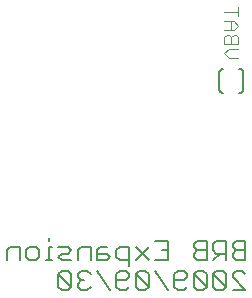
<source format=gbo>
G75*
G70*
%OFA0B0*%
%FSLAX24Y24*%
%IPPOS*%
%LPD*%
%AMOC8*
5,1,8,0,0,1.08239X$1,22.5*
%
%ADD10C,0.0040*%
%ADD11C,0.0060*%
%ADD12C,0.0080*%
D10*
X009518Y011223D02*
X009365Y011376D01*
X009518Y011530D01*
X009825Y011530D01*
X009825Y011683D02*
X009825Y011914D01*
X009748Y011990D01*
X009672Y011990D01*
X009595Y011914D01*
X009595Y011683D01*
X009595Y011914D02*
X009518Y011990D01*
X009441Y011990D01*
X009365Y011914D01*
X009365Y011683D01*
X009825Y011683D01*
X009825Y011223D02*
X009518Y011223D01*
X009595Y012144D02*
X009595Y012451D01*
X009672Y012451D02*
X009365Y012451D01*
X009365Y012144D02*
X009672Y012144D01*
X009825Y012297D01*
X009672Y012451D01*
X009825Y012604D02*
X009825Y012911D01*
X009825Y012758D02*
X009365Y012758D01*
D11*
X002118Y004803D02*
X002118Y004483D01*
X002118Y004803D02*
X002225Y004910D01*
X002545Y004910D01*
X002545Y004483D01*
X002763Y004590D02*
X002763Y004803D01*
X002869Y004910D01*
X003083Y004910D01*
X003190Y004803D01*
X003190Y004590D01*
X003083Y004483D01*
X002869Y004483D01*
X002763Y004590D01*
X003406Y004483D02*
X003619Y004483D01*
X003513Y004483D02*
X003513Y004910D01*
X003619Y004910D01*
X003513Y005124D02*
X003513Y005230D01*
X003837Y004910D02*
X004157Y004910D01*
X004264Y004803D01*
X004157Y004697D01*
X003944Y004697D01*
X003837Y004590D01*
X003944Y004483D01*
X004264Y004483D01*
X004481Y004483D02*
X004481Y004803D01*
X004588Y004910D01*
X004908Y004910D01*
X004908Y004483D01*
X005126Y004483D02*
X005126Y004803D01*
X005233Y004910D01*
X005446Y004910D01*
X005446Y004697D02*
X005126Y004697D01*
X005126Y004483D02*
X005446Y004483D01*
X005553Y004590D01*
X005446Y004697D01*
X005770Y004803D02*
X005770Y004590D01*
X005877Y004483D01*
X006197Y004483D01*
X006197Y004270D02*
X006197Y004910D01*
X005877Y004910D01*
X005770Y004803D01*
X005877Y004124D02*
X005770Y004017D01*
X005770Y003590D01*
X005877Y003483D01*
X006091Y003483D01*
X006197Y003590D01*
X006415Y003590D02*
X006522Y003483D01*
X006735Y003483D01*
X006842Y003590D01*
X006415Y004017D01*
X006415Y003590D01*
X006197Y003910D02*
X006091Y003803D01*
X005770Y003803D01*
X005877Y004124D02*
X006091Y004124D01*
X006197Y004017D01*
X006197Y003910D01*
X006415Y004017D02*
X006522Y004124D01*
X006735Y004124D01*
X006842Y004017D01*
X006842Y003590D01*
X007060Y004124D02*
X007487Y003483D01*
X007704Y003590D02*
X007704Y004017D01*
X007811Y004124D01*
X008024Y004124D01*
X008131Y004017D01*
X008131Y003910D01*
X008024Y003803D01*
X007704Y003803D01*
X007704Y003590D02*
X007811Y003483D01*
X008024Y003483D01*
X008131Y003590D01*
X008349Y003590D02*
X008455Y003483D01*
X008669Y003483D01*
X008776Y003590D01*
X008349Y004017D01*
X008349Y003590D01*
X008349Y004017D02*
X008455Y004124D01*
X008669Y004124D01*
X008776Y004017D01*
X008776Y003590D01*
X008993Y003590D02*
X009100Y003483D01*
X009313Y003483D01*
X009420Y003590D01*
X008993Y004017D01*
X008993Y003590D01*
X008993Y004017D02*
X009100Y004124D01*
X009313Y004124D01*
X009420Y004017D01*
X009420Y003590D01*
X009638Y003483D02*
X010065Y003483D01*
X009638Y003910D01*
X009638Y004017D01*
X009744Y004124D01*
X009958Y004124D01*
X010065Y004017D01*
X010065Y004483D02*
X009744Y004483D01*
X009638Y004590D01*
X009638Y004697D01*
X009744Y004803D01*
X010065Y004803D01*
X010065Y004483D02*
X010065Y005124D01*
X009744Y005124D01*
X009638Y005017D01*
X009638Y004910D01*
X009744Y004803D01*
X009420Y004697D02*
X009100Y004697D01*
X008993Y004803D01*
X008993Y005017D01*
X009100Y005124D01*
X009420Y005124D01*
X009420Y004483D01*
X009207Y004697D02*
X008993Y004483D01*
X008776Y004483D02*
X008455Y004483D01*
X008349Y004590D01*
X008349Y004697D01*
X008455Y004803D01*
X008776Y004803D01*
X008776Y004483D02*
X008776Y005124D01*
X008455Y005124D01*
X008349Y005017D01*
X008349Y004910D01*
X008455Y004803D01*
X007487Y004803D02*
X007273Y004803D01*
X007487Y004483D02*
X007060Y004483D01*
X006842Y004483D02*
X006415Y004910D01*
X006842Y004910D02*
X006415Y004483D01*
X007060Y005124D02*
X007487Y005124D01*
X007487Y004483D01*
X005553Y003483D02*
X005126Y004124D01*
X004908Y004017D02*
X004802Y004124D01*
X004588Y004124D01*
X004481Y004017D01*
X004481Y003910D01*
X004588Y003803D01*
X004481Y003697D01*
X004481Y003590D01*
X004588Y003483D01*
X004802Y003483D01*
X004908Y003590D01*
X004695Y003803D02*
X004588Y003803D01*
X004264Y003590D02*
X003837Y004017D01*
X003837Y003590D01*
X003944Y003483D01*
X004157Y003483D01*
X004264Y003590D01*
X004264Y004017D01*
X004157Y004124D01*
X003944Y004124D01*
X003837Y004017D01*
D12*
X009201Y010138D02*
X009201Y010768D01*
X009207Y010786D01*
X009216Y010804D01*
X009228Y010819D01*
X009244Y010831D01*
X009261Y010840D01*
X009280Y010846D01*
X009299Y010848D01*
X009319Y010846D01*
X009201Y010138D02*
X009207Y010120D01*
X009216Y010102D01*
X009228Y010087D01*
X009244Y010075D01*
X009261Y010066D01*
X009280Y010060D01*
X009299Y010058D01*
X009319Y010060D01*
X009870Y010060D02*
X009888Y010058D01*
X009905Y010059D01*
X009922Y010063D01*
X009938Y010070D01*
X009953Y010080D01*
X009965Y010092D01*
X009975Y010106D01*
X009983Y010122D01*
X009988Y010138D01*
X009988Y010768D01*
X009983Y010784D01*
X009975Y010800D01*
X009965Y010814D01*
X009953Y010826D01*
X009938Y010836D01*
X009922Y010843D01*
X009905Y010847D01*
X009888Y010848D01*
X009870Y010846D01*
M02*

</source>
